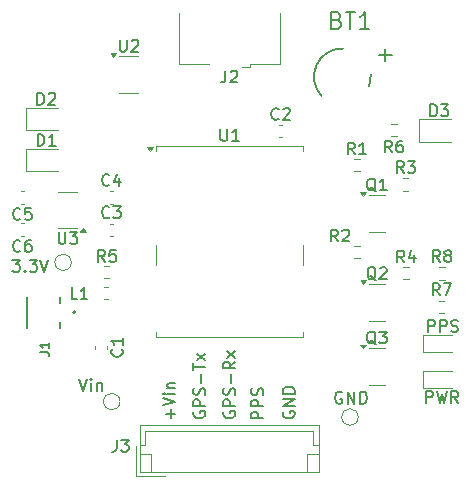
<source format=gbr>
%TF.GenerationSoftware,KiCad,Pcbnew,8.0.6*%
%TF.CreationDate,2024-10-28T16:54:01-06:00*%
%TF.ProjectId,GPS Module,47505320-4d6f-4647-956c-652e6b696361,rev?*%
%TF.SameCoordinates,Original*%
%TF.FileFunction,Legend,Top*%
%TF.FilePolarity,Positive*%
%FSLAX46Y46*%
G04 Gerber Fmt 4.6, Leading zero omitted, Abs format (unit mm)*
G04 Created by KiCad (PCBNEW 8.0.6) date 2024-10-28 16:54:01*
%MOMM*%
%LPD*%
G01*
G04 APERTURE LIST*
%ADD10C,0.203200*%
%ADD11C,0.150000*%
%ADD12C,0.187500*%
%ADD13C,0.120000*%
%ADD14C,0.127000*%
%ADD15C,0.200000*%
G04 APERTURE END LIST*
D10*
X117270445Y-81599093D02*
X117609112Y-82615093D01*
X117609112Y-82615093D02*
X117947779Y-81599093D01*
X118286445Y-82615093D02*
X118286445Y-81937760D01*
X118286445Y-81599093D02*
X118238064Y-81647474D01*
X118238064Y-81647474D02*
X118286445Y-81695855D01*
X118286445Y-81695855D02*
X118334826Y-81647474D01*
X118334826Y-81647474D02*
X118286445Y-81599093D01*
X118286445Y-81599093D02*
X118286445Y-81695855D01*
X118770255Y-81937760D02*
X118770255Y-82615093D01*
X118770255Y-82034522D02*
X118818636Y-81986141D01*
X118818636Y-81986141D02*
X118915398Y-81937760D01*
X118915398Y-81937760D02*
X119060541Y-81937760D01*
X119060541Y-81937760D02*
X119157303Y-81986141D01*
X119157303Y-81986141D02*
X119205684Y-82082903D01*
X119205684Y-82082903D02*
X119205684Y-82615093D01*
X111628826Y-71529093D02*
X112257779Y-71529093D01*
X112257779Y-71529093D02*
X111919112Y-71916141D01*
X111919112Y-71916141D02*
X112064255Y-71916141D01*
X112064255Y-71916141D02*
X112161017Y-71964522D01*
X112161017Y-71964522D02*
X112209398Y-72012903D01*
X112209398Y-72012903D02*
X112257779Y-72109665D01*
X112257779Y-72109665D02*
X112257779Y-72351570D01*
X112257779Y-72351570D02*
X112209398Y-72448332D01*
X112209398Y-72448332D02*
X112161017Y-72496713D01*
X112161017Y-72496713D02*
X112064255Y-72545093D01*
X112064255Y-72545093D02*
X111773969Y-72545093D01*
X111773969Y-72545093D02*
X111677207Y-72496713D01*
X111677207Y-72496713D02*
X111628826Y-72448332D01*
X112693207Y-72448332D02*
X112741588Y-72496713D01*
X112741588Y-72496713D02*
X112693207Y-72545093D01*
X112693207Y-72545093D02*
X112644826Y-72496713D01*
X112644826Y-72496713D02*
X112693207Y-72448332D01*
X112693207Y-72448332D02*
X112693207Y-72545093D01*
X113080255Y-71529093D02*
X113709208Y-71529093D01*
X113709208Y-71529093D02*
X113370541Y-71916141D01*
X113370541Y-71916141D02*
X113515684Y-71916141D01*
X113515684Y-71916141D02*
X113612446Y-71964522D01*
X113612446Y-71964522D02*
X113660827Y-72012903D01*
X113660827Y-72012903D02*
X113709208Y-72109665D01*
X113709208Y-72109665D02*
X113709208Y-72351570D01*
X113709208Y-72351570D02*
X113660827Y-72448332D01*
X113660827Y-72448332D02*
X113612446Y-72496713D01*
X113612446Y-72496713D02*
X113515684Y-72545093D01*
X113515684Y-72545093D02*
X113225398Y-72545093D01*
X113225398Y-72545093D02*
X113128636Y-72496713D01*
X113128636Y-72496713D02*
X113080255Y-72448332D01*
X113999493Y-71529093D02*
X114338160Y-72545093D01*
X114338160Y-72545093D02*
X114676827Y-71529093D01*
X139527779Y-82747474D02*
X139431017Y-82699093D01*
X139431017Y-82699093D02*
X139285874Y-82699093D01*
X139285874Y-82699093D02*
X139140731Y-82747474D01*
X139140731Y-82747474D02*
X139043969Y-82844236D01*
X139043969Y-82844236D02*
X138995588Y-82940998D01*
X138995588Y-82940998D02*
X138947207Y-83134522D01*
X138947207Y-83134522D02*
X138947207Y-83279665D01*
X138947207Y-83279665D02*
X138995588Y-83473189D01*
X138995588Y-83473189D02*
X139043969Y-83569951D01*
X139043969Y-83569951D02*
X139140731Y-83666713D01*
X139140731Y-83666713D02*
X139285874Y-83715093D01*
X139285874Y-83715093D02*
X139382636Y-83715093D01*
X139382636Y-83715093D02*
X139527779Y-83666713D01*
X139527779Y-83666713D02*
X139576160Y-83618332D01*
X139576160Y-83618332D02*
X139576160Y-83279665D01*
X139576160Y-83279665D02*
X139382636Y-83279665D01*
X140011588Y-83715093D02*
X140011588Y-82699093D01*
X140011588Y-82699093D02*
X140592160Y-83715093D01*
X140592160Y-83715093D02*
X140592160Y-82699093D01*
X141075969Y-83715093D02*
X141075969Y-82699093D01*
X141075969Y-82699093D02*
X141317874Y-82699093D01*
X141317874Y-82699093D02*
X141463017Y-82747474D01*
X141463017Y-82747474D02*
X141559779Y-82844236D01*
X141559779Y-82844236D02*
X141608160Y-82940998D01*
X141608160Y-82940998D02*
X141656541Y-83134522D01*
X141656541Y-83134522D02*
X141656541Y-83279665D01*
X141656541Y-83279665D02*
X141608160Y-83473189D01*
X141608160Y-83473189D02*
X141559779Y-83569951D01*
X141559779Y-83569951D02*
X141463017Y-83666713D01*
X141463017Y-83666713D02*
X141317874Y-83715093D01*
X141317874Y-83715093D02*
X141075969Y-83715093D01*
D11*
X134567438Y-84379411D02*
X134519819Y-84474649D01*
X134519819Y-84474649D02*
X134519819Y-84617506D01*
X134519819Y-84617506D02*
X134567438Y-84760363D01*
X134567438Y-84760363D02*
X134662676Y-84855601D01*
X134662676Y-84855601D02*
X134757914Y-84903220D01*
X134757914Y-84903220D02*
X134948390Y-84950839D01*
X134948390Y-84950839D02*
X135091247Y-84950839D01*
X135091247Y-84950839D02*
X135281723Y-84903220D01*
X135281723Y-84903220D02*
X135376961Y-84855601D01*
X135376961Y-84855601D02*
X135472200Y-84760363D01*
X135472200Y-84760363D02*
X135519819Y-84617506D01*
X135519819Y-84617506D02*
X135519819Y-84522268D01*
X135519819Y-84522268D02*
X135472200Y-84379411D01*
X135472200Y-84379411D02*
X135424580Y-84331792D01*
X135424580Y-84331792D02*
X135091247Y-84331792D01*
X135091247Y-84331792D02*
X135091247Y-84522268D01*
X135519819Y-83903220D02*
X134519819Y-83903220D01*
X134519819Y-83903220D02*
X135519819Y-83331792D01*
X135519819Y-83331792D02*
X134519819Y-83331792D01*
X135519819Y-82855601D02*
X134519819Y-82855601D01*
X134519819Y-82855601D02*
X134519819Y-82617506D01*
X134519819Y-82617506D02*
X134567438Y-82474649D01*
X134567438Y-82474649D02*
X134662676Y-82379411D01*
X134662676Y-82379411D02*
X134757914Y-82331792D01*
X134757914Y-82331792D02*
X134948390Y-82284173D01*
X134948390Y-82284173D02*
X135091247Y-82284173D01*
X135091247Y-82284173D02*
X135281723Y-82331792D01*
X135281723Y-82331792D02*
X135376961Y-82379411D01*
X135376961Y-82379411D02*
X135472200Y-82474649D01*
X135472200Y-82474649D02*
X135519819Y-82617506D01*
X135519819Y-82617506D02*
X135519819Y-82855601D01*
X126997438Y-84389411D02*
X126949819Y-84484649D01*
X126949819Y-84484649D02*
X126949819Y-84627506D01*
X126949819Y-84627506D02*
X126997438Y-84770363D01*
X126997438Y-84770363D02*
X127092676Y-84865601D01*
X127092676Y-84865601D02*
X127187914Y-84913220D01*
X127187914Y-84913220D02*
X127378390Y-84960839D01*
X127378390Y-84960839D02*
X127521247Y-84960839D01*
X127521247Y-84960839D02*
X127711723Y-84913220D01*
X127711723Y-84913220D02*
X127806961Y-84865601D01*
X127806961Y-84865601D02*
X127902200Y-84770363D01*
X127902200Y-84770363D02*
X127949819Y-84627506D01*
X127949819Y-84627506D02*
X127949819Y-84532268D01*
X127949819Y-84532268D02*
X127902200Y-84389411D01*
X127902200Y-84389411D02*
X127854580Y-84341792D01*
X127854580Y-84341792D02*
X127521247Y-84341792D01*
X127521247Y-84341792D02*
X127521247Y-84532268D01*
X127949819Y-83913220D02*
X126949819Y-83913220D01*
X126949819Y-83913220D02*
X126949819Y-83532268D01*
X126949819Y-83532268D02*
X126997438Y-83437030D01*
X126997438Y-83437030D02*
X127045057Y-83389411D01*
X127045057Y-83389411D02*
X127140295Y-83341792D01*
X127140295Y-83341792D02*
X127283152Y-83341792D01*
X127283152Y-83341792D02*
X127378390Y-83389411D01*
X127378390Y-83389411D02*
X127426009Y-83437030D01*
X127426009Y-83437030D02*
X127473628Y-83532268D01*
X127473628Y-83532268D02*
X127473628Y-83913220D01*
X127902200Y-82960839D02*
X127949819Y-82817982D01*
X127949819Y-82817982D02*
X127949819Y-82579887D01*
X127949819Y-82579887D02*
X127902200Y-82484649D01*
X127902200Y-82484649D02*
X127854580Y-82437030D01*
X127854580Y-82437030D02*
X127759342Y-82389411D01*
X127759342Y-82389411D02*
X127664104Y-82389411D01*
X127664104Y-82389411D02*
X127568866Y-82437030D01*
X127568866Y-82437030D02*
X127521247Y-82484649D01*
X127521247Y-82484649D02*
X127473628Y-82579887D01*
X127473628Y-82579887D02*
X127426009Y-82770363D01*
X127426009Y-82770363D02*
X127378390Y-82865601D01*
X127378390Y-82865601D02*
X127330771Y-82913220D01*
X127330771Y-82913220D02*
X127235533Y-82960839D01*
X127235533Y-82960839D02*
X127140295Y-82960839D01*
X127140295Y-82960839D02*
X127045057Y-82913220D01*
X127045057Y-82913220D02*
X126997438Y-82865601D01*
X126997438Y-82865601D02*
X126949819Y-82770363D01*
X126949819Y-82770363D02*
X126949819Y-82532268D01*
X126949819Y-82532268D02*
X126997438Y-82389411D01*
X127568866Y-81960839D02*
X127568866Y-81198935D01*
X126949819Y-80865601D02*
X126949819Y-80294173D01*
X127949819Y-80579887D02*
X126949819Y-80579887D01*
X127949819Y-80056077D02*
X127283152Y-79532268D01*
X127283152Y-80056077D02*
X127949819Y-79532268D01*
D12*
X146661450Y-83637869D02*
X146661450Y-82637869D01*
X146661450Y-82637869D02*
X147042402Y-82637869D01*
X147042402Y-82637869D02*
X147137640Y-82685488D01*
X147137640Y-82685488D02*
X147185259Y-82733107D01*
X147185259Y-82733107D02*
X147232878Y-82828345D01*
X147232878Y-82828345D02*
X147232878Y-82971202D01*
X147232878Y-82971202D02*
X147185259Y-83066440D01*
X147185259Y-83066440D02*
X147137640Y-83114059D01*
X147137640Y-83114059D02*
X147042402Y-83161678D01*
X147042402Y-83161678D02*
X146661450Y-83161678D01*
X147566212Y-82637869D02*
X147804307Y-83637869D01*
X147804307Y-83637869D02*
X147994783Y-82923583D01*
X147994783Y-82923583D02*
X148185259Y-83637869D01*
X148185259Y-83637869D02*
X148423355Y-82637869D01*
X149375735Y-83637869D02*
X149042402Y-83161678D01*
X148804307Y-83637869D02*
X148804307Y-82637869D01*
X148804307Y-82637869D02*
X149185259Y-82637869D01*
X149185259Y-82637869D02*
X149280497Y-82685488D01*
X149280497Y-82685488D02*
X149328116Y-82733107D01*
X149328116Y-82733107D02*
X149375735Y-82828345D01*
X149375735Y-82828345D02*
X149375735Y-82971202D01*
X149375735Y-82971202D02*
X149328116Y-83066440D01*
X149328116Y-83066440D02*
X149280497Y-83114059D01*
X149280497Y-83114059D02*
X149185259Y-83161678D01*
X149185259Y-83161678D02*
X148804307Y-83161678D01*
D11*
X129537438Y-84389411D02*
X129489819Y-84484649D01*
X129489819Y-84484649D02*
X129489819Y-84627506D01*
X129489819Y-84627506D02*
X129537438Y-84770363D01*
X129537438Y-84770363D02*
X129632676Y-84865601D01*
X129632676Y-84865601D02*
X129727914Y-84913220D01*
X129727914Y-84913220D02*
X129918390Y-84960839D01*
X129918390Y-84960839D02*
X130061247Y-84960839D01*
X130061247Y-84960839D02*
X130251723Y-84913220D01*
X130251723Y-84913220D02*
X130346961Y-84865601D01*
X130346961Y-84865601D02*
X130442200Y-84770363D01*
X130442200Y-84770363D02*
X130489819Y-84627506D01*
X130489819Y-84627506D02*
X130489819Y-84532268D01*
X130489819Y-84532268D02*
X130442200Y-84389411D01*
X130442200Y-84389411D02*
X130394580Y-84341792D01*
X130394580Y-84341792D02*
X130061247Y-84341792D01*
X130061247Y-84341792D02*
X130061247Y-84532268D01*
X130489819Y-83913220D02*
X129489819Y-83913220D01*
X129489819Y-83913220D02*
X129489819Y-83532268D01*
X129489819Y-83532268D02*
X129537438Y-83437030D01*
X129537438Y-83437030D02*
X129585057Y-83389411D01*
X129585057Y-83389411D02*
X129680295Y-83341792D01*
X129680295Y-83341792D02*
X129823152Y-83341792D01*
X129823152Y-83341792D02*
X129918390Y-83389411D01*
X129918390Y-83389411D02*
X129966009Y-83437030D01*
X129966009Y-83437030D02*
X130013628Y-83532268D01*
X130013628Y-83532268D02*
X130013628Y-83913220D01*
X130442200Y-82960839D02*
X130489819Y-82817982D01*
X130489819Y-82817982D02*
X130489819Y-82579887D01*
X130489819Y-82579887D02*
X130442200Y-82484649D01*
X130442200Y-82484649D02*
X130394580Y-82437030D01*
X130394580Y-82437030D02*
X130299342Y-82389411D01*
X130299342Y-82389411D02*
X130204104Y-82389411D01*
X130204104Y-82389411D02*
X130108866Y-82437030D01*
X130108866Y-82437030D02*
X130061247Y-82484649D01*
X130061247Y-82484649D02*
X130013628Y-82579887D01*
X130013628Y-82579887D02*
X129966009Y-82770363D01*
X129966009Y-82770363D02*
X129918390Y-82865601D01*
X129918390Y-82865601D02*
X129870771Y-82913220D01*
X129870771Y-82913220D02*
X129775533Y-82960839D01*
X129775533Y-82960839D02*
X129680295Y-82960839D01*
X129680295Y-82960839D02*
X129585057Y-82913220D01*
X129585057Y-82913220D02*
X129537438Y-82865601D01*
X129537438Y-82865601D02*
X129489819Y-82770363D01*
X129489819Y-82770363D02*
X129489819Y-82532268D01*
X129489819Y-82532268D02*
X129537438Y-82389411D01*
X130108866Y-81960839D02*
X130108866Y-81198935D01*
X130489819Y-80151316D02*
X130013628Y-80484649D01*
X130489819Y-80722744D02*
X129489819Y-80722744D01*
X129489819Y-80722744D02*
X129489819Y-80341792D01*
X129489819Y-80341792D02*
X129537438Y-80246554D01*
X129537438Y-80246554D02*
X129585057Y-80198935D01*
X129585057Y-80198935D02*
X129680295Y-80151316D01*
X129680295Y-80151316D02*
X129823152Y-80151316D01*
X129823152Y-80151316D02*
X129918390Y-80198935D01*
X129918390Y-80198935D02*
X129966009Y-80246554D01*
X129966009Y-80246554D02*
X130013628Y-80341792D01*
X130013628Y-80341792D02*
X130013628Y-80722744D01*
X130489819Y-79817982D02*
X129823152Y-79294173D01*
X129823152Y-79817982D02*
X130489819Y-79294173D01*
X125038866Y-84963220D02*
X125038866Y-84201316D01*
X125419819Y-84582268D02*
X124657914Y-84582268D01*
X124419819Y-83867982D02*
X125419819Y-83534649D01*
X125419819Y-83534649D02*
X124419819Y-83201316D01*
X125419819Y-82867982D02*
X124753152Y-82867982D01*
X124419819Y-82867982D02*
X124467438Y-82915601D01*
X124467438Y-82915601D02*
X124515057Y-82867982D01*
X124515057Y-82867982D02*
X124467438Y-82820363D01*
X124467438Y-82820363D02*
X124419819Y-82867982D01*
X124419819Y-82867982D02*
X124515057Y-82867982D01*
X124753152Y-82391792D02*
X125419819Y-82391792D01*
X124848390Y-82391792D02*
X124800771Y-82344173D01*
X124800771Y-82344173D02*
X124753152Y-82248935D01*
X124753152Y-82248935D02*
X124753152Y-82106078D01*
X124753152Y-82106078D02*
X124800771Y-82010840D01*
X124800771Y-82010840D02*
X124896009Y-81963221D01*
X124896009Y-81963221D02*
X125419819Y-81963221D01*
D12*
X146831450Y-77637869D02*
X146831450Y-76637869D01*
X146831450Y-76637869D02*
X147212402Y-76637869D01*
X147212402Y-76637869D02*
X147307640Y-76685488D01*
X147307640Y-76685488D02*
X147355259Y-76733107D01*
X147355259Y-76733107D02*
X147402878Y-76828345D01*
X147402878Y-76828345D02*
X147402878Y-76971202D01*
X147402878Y-76971202D02*
X147355259Y-77066440D01*
X147355259Y-77066440D02*
X147307640Y-77114059D01*
X147307640Y-77114059D02*
X147212402Y-77161678D01*
X147212402Y-77161678D02*
X146831450Y-77161678D01*
X147831450Y-77637869D02*
X147831450Y-76637869D01*
X147831450Y-76637869D02*
X148212402Y-76637869D01*
X148212402Y-76637869D02*
X148307640Y-76685488D01*
X148307640Y-76685488D02*
X148355259Y-76733107D01*
X148355259Y-76733107D02*
X148402878Y-76828345D01*
X148402878Y-76828345D02*
X148402878Y-76971202D01*
X148402878Y-76971202D02*
X148355259Y-77066440D01*
X148355259Y-77066440D02*
X148307640Y-77114059D01*
X148307640Y-77114059D02*
X148212402Y-77161678D01*
X148212402Y-77161678D02*
X147831450Y-77161678D01*
X148783831Y-77590250D02*
X148926688Y-77637869D01*
X148926688Y-77637869D02*
X149164783Y-77637869D01*
X149164783Y-77637869D02*
X149260021Y-77590250D01*
X149260021Y-77590250D02*
X149307640Y-77542630D01*
X149307640Y-77542630D02*
X149355259Y-77447392D01*
X149355259Y-77447392D02*
X149355259Y-77352154D01*
X149355259Y-77352154D02*
X149307640Y-77256916D01*
X149307640Y-77256916D02*
X149260021Y-77209297D01*
X149260021Y-77209297D02*
X149164783Y-77161678D01*
X149164783Y-77161678D02*
X148974307Y-77114059D01*
X148974307Y-77114059D02*
X148879069Y-77066440D01*
X148879069Y-77066440D02*
X148831450Y-77018821D01*
X148831450Y-77018821D02*
X148783831Y-76923583D01*
X148783831Y-76923583D02*
X148783831Y-76828345D01*
X148783831Y-76828345D02*
X148831450Y-76733107D01*
X148831450Y-76733107D02*
X148879069Y-76685488D01*
X148879069Y-76685488D02*
X148974307Y-76637869D01*
X148974307Y-76637869D02*
X149212402Y-76637869D01*
X149212402Y-76637869D02*
X149355259Y-76685488D01*
D11*
X132869819Y-84953220D02*
X131869819Y-84953220D01*
X131869819Y-84953220D02*
X131869819Y-84572268D01*
X131869819Y-84572268D02*
X131917438Y-84477030D01*
X131917438Y-84477030D02*
X131965057Y-84429411D01*
X131965057Y-84429411D02*
X132060295Y-84381792D01*
X132060295Y-84381792D02*
X132203152Y-84381792D01*
X132203152Y-84381792D02*
X132298390Y-84429411D01*
X132298390Y-84429411D02*
X132346009Y-84477030D01*
X132346009Y-84477030D02*
X132393628Y-84572268D01*
X132393628Y-84572268D02*
X132393628Y-84953220D01*
X132869819Y-83953220D02*
X131869819Y-83953220D01*
X131869819Y-83953220D02*
X131869819Y-83572268D01*
X131869819Y-83572268D02*
X131917438Y-83477030D01*
X131917438Y-83477030D02*
X131965057Y-83429411D01*
X131965057Y-83429411D02*
X132060295Y-83381792D01*
X132060295Y-83381792D02*
X132203152Y-83381792D01*
X132203152Y-83381792D02*
X132298390Y-83429411D01*
X132298390Y-83429411D02*
X132346009Y-83477030D01*
X132346009Y-83477030D02*
X132393628Y-83572268D01*
X132393628Y-83572268D02*
X132393628Y-83953220D01*
X132822200Y-83000839D02*
X132869819Y-82857982D01*
X132869819Y-82857982D02*
X132869819Y-82619887D01*
X132869819Y-82619887D02*
X132822200Y-82524649D01*
X132822200Y-82524649D02*
X132774580Y-82477030D01*
X132774580Y-82477030D02*
X132679342Y-82429411D01*
X132679342Y-82429411D02*
X132584104Y-82429411D01*
X132584104Y-82429411D02*
X132488866Y-82477030D01*
X132488866Y-82477030D02*
X132441247Y-82524649D01*
X132441247Y-82524649D02*
X132393628Y-82619887D01*
X132393628Y-82619887D02*
X132346009Y-82810363D01*
X132346009Y-82810363D02*
X132298390Y-82905601D01*
X132298390Y-82905601D02*
X132250771Y-82953220D01*
X132250771Y-82953220D02*
X132155533Y-83000839D01*
X132155533Y-83000839D02*
X132060295Y-83000839D01*
X132060295Y-83000839D02*
X131965057Y-82953220D01*
X131965057Y-82953220D02*
X131917438Y-82905601D01*
X131917438Y-82905601D02*
X131869819Y-82810363D01*
X131869819Y-82810363D02*
X131869819Y-82572268D01*
X131869819Y-82572268D02*
X131917438Y-82429411D01*
X134163333Y-59589580D02*
X134115714Y-59637200D01*
X134115714Y-59637200D02*
X133972857Y-59684819D01*
X133972857Y-59684819D02*
X133877619Y-59684819D01*
X133877619Y-59684819D02*
X133734762Y-59637200D01*
X133734762Y-59637200D02*
X133639524Y-59541961D01*
X133639524Y-59541961D02*
X133591905Y-59446723D01*
X133591905Y-59446723D02*
X133544286Y-59256247D01*
X133544286Y-59256247D02*
X133544286Y-59113390D01*
X133544286Y-59113390D02*
X133591905Y-58922914D01*
X133591905Y-58922914D02*
X133639524Y-58827676D01*
X133639524Y-58827676D02*
X133734762Y-58732438D01*
X133734762Y-58732438D02*
X133877619Y-58684819D01*
X133877619Y-58684819D02*
X133972857Y-58684819D01*
X133972857Y-58684819D02*
X134115714Y-58732438D01*
X134115714Y-58732438D02*
X134163333Y-58780057D01*
X134544286Y-58780057D02*
X134591905Y-58732438D01*
X134591905Y-58732438D02*
X134687143Y-58684819D01*
X134687143Y-58684819D02*
X134925238Y-58684819D01*
X134925238Y-58684819D02*
X135020476Y-58732438D01*
X135020476Y-58732438D02*
X135068095Y-58780057D01*
X135068095Y-58780057D02*
X135115714Y-58875295D01*
X135115714Y-58875295D02*
X135115714Y-58970533D01*
X135115714Y-58970533D02*
X135068095Y-59113390D01*
X135068095Y-59113390D02*
X134496667Y-59684819D01*
X134496667Y-59684819D02*
X135115714Y-59684819D01*
X140613333Y-62614819D02*
X140280000Y-62138628D01*
X140041905Y-62614819D02*
X140041905Y-61614819D01*
X140041905Y-61614819D02*
X140422857Y-61614819D01*
X140422857Y-61614819D02*
X140518095Y-61662438D01*
X140518095Y-61662438D02*
X140565714Y-61710057D01*
X140565714Y-61710057D02*
X140613333Y-61805295D01*
X140613333Y-61805295D02*
X140613333Y-61948152D01*
X140613333Y-61948152D02*
X140565714Y-62043390D01*
X140565714Y-62043390D02*
X140518095Y-62091009D01*
X140518095Y-62091009D02*
X140422857Y-62138628D01*
X140422857Y-62138628D02*
X140041905Y-62138628D01*
X141565714Y-62614819D02*
X140994286Y-62614819D01*
X141280000Y-62614819D02*
X141280000Y-61614819D01*
X141280000Y-61614819D02*
X141184762Y-61757676D01*
X141184762Y-61757676D02*
X141089524Y-61852914D01*
X141089524Y-61852914D02*
X140994286Y-61900533D01*
X147823333Y-71704819D02*
X147490000Y-71228628D01*
X147251905Y-71704819D02*
X147251905Y-70704819D01*
X147251905Y-70704819D02*
X147632857Y-70704819D01*
X147632857Y-70704819D02*
X147728095Y-70752438D01*
X147728095Y-70752438D02*
X147775714Y-70800057D01*
X147775714Y-70800057D02*
X147823333Y-70895295D01*
X147823333Y-70895295D02*
X147823333Y-71038152D01*
X147823333Y-71038152D02*
X147775714Y-71133390D01*
X147775714Y-71133390D02*
X147728095Y-71181009D01*
X147728095Y-71181009D02*
X147632857Y-71228628D01*
X147632857Y-71228628D02*
X147251905Y-71228628D01*
X148394762Y-71133390D02*
X148299524Y-71085771D01*
X148299524Y-71085771D02*
X148251905Y-71038152D01*
X148251905Y-71038152D02*
X148204286Y-70942914D01*
X148204286Y-70942914D02*
X148204286Y-70895295D01*
X148204286Y-70895295D02*
X148251905Y-70800057D01*
X148251905Y-70800057D02*
X148299524Y-70752438D01*
X148299524Y-70752438D02*
X148394762Y-70704819D01*
X148394762Y-70704819D02*
X148585238Y-70704819D01*
X148585238Y-70704819D02*
X148680476Y-70752438D01*
X148680476Y-70752438D02*
X148728095Y-70800057D01*
X148728095Y-70800057D02*
X148775714Y-70895295D01*
X148775714Y-70895295D02*
X148775714Y-70942914D01*
X148775714Y-70942914D02*
X148728095Y-71038152D01*
X148728095Y-71038152D02*
X148680476Y-71085771D01*
X148680476Y-71085771D02*
X148585238Y-71133390D01*
X148585238Y-71133390D02*
X148394762Y-71133390D01*
X148394762Y-71133390D02*
X148299524Y-71181009D01*
X148299524Y-71181009D02*
X148251905Y-71228628D01*
X148251905Y-71228628D02*
X148204286Y-71323866D01*
X148204286Y-71323866D02*
X148204286Y-71514342D01*
X148204286Y-71514342D02*
X148251905Y-71609580D01*
X148251905Y-71609580D02*
X148299524Y-71657200D01*
X148299524Y-71657200D02*
X148394762Y-71704819D01*
X148394762Y-71704819D02*
X148585238Y-71704819D01*
X148585238Y-71704819D02*
X148680476Y-71657200D01*
X148680476Y-71657200D02*
X148728095Y-71609580D01*
X148728095Y-71609580D02*
X148775714Y-71514342D01*
X148775714Y-71514342D02*
X148775714Y-71323866D01*
X148775714Y-71323866D02*
X148728095Y-71228628D01*
X148728095Y-71228628D02*
X148680476Y-71181009D01*
X148680476Y-71181009D02*
X148585238Y-71133390D01*
X129666666Y-55514819D02*
X129666666Y-56229104D01*
X129666666Y-56229104D02*
X129619047Y-56371961D01*
X129619047Y-56371961D02*
X129523809Y-56467200D01*
X129523809Y-56467200D02*
X129380952Y-56514819D01*
X129380952Y-56514819D02*
X129285714Y-56514819D01*
X130095238Y-55610057D02*
X130142857Y-55562438D01*
X130142857Y-55562438D02*
X130238095Y-55514819D01*
X130238095Y-55514819D02*
X130476190Y-55514819D01*
X130476190Y-55514819D02*
X130571428Y-55562438D01*
X130571428Y-55562438D02*
X130619047Y-55610057D01*
X130619047Y-55610057D02*
X130666666Y-55705295D01*
X130666666Y-55705295D02*
X130666666Y-55800533D01*
X130666666Y-55800533D02*
X130619047Y-55943390D01*
X130619047Y-55943390D02*
X130047619Y-56514819D01*
X130047619Y-56514819D02*
X130666666Y-56514819D01*
X143763333Y-62444819D02*
X143430000Y-61968628D01*
X143191905Y-62444819D02*
X143191905Y-61444819D01*
X143191905Y-61444819D02*
X143572857Y-61444819D01*
X143572857Y-61444819D02*
X143668095Y-61492438D01*
X143668095Y-61492438D02*
X143715714Y-61540057D01*
X143715714Y-61540057D02*
X143763333Y-61635295D01*
X143763333Y-61635295D02*
X143763333Y-61778152D01*
X143763333Y-61778152D02*
X143715714Y-61873390D01*
X143715714Y-61873390D02*
X143668095Y-61921009D01*
X143668095Y-61921009D02*
X143572857Y-61968628D01*
X143572857Y-61968628D02*
X143191905Y-61968628D01*
X144620476Y-61444819D02*
X144430000Y-61444819D01*
X144430000Y-61444819D02*
X144334762Y-61492438D01*
X144334762Y-61492438D02*
X144287143Y-61540057D01*
X144287143Y-61540057D02*
X144191905Y-61682914D01*
X144191905Y-61682914D02*
X144144286Y-61873390D01*
X144144286Y-61873390D02*
X144144286Y-62254342D01*
X144144286Y-62254342D02*
X144191905Y-62349580D01*
X144191905Y-62349580D02*
X144239524Y-62397200D01*
X144239524Y-62397200D02*
X144334762Y-62444819D01*
X144334762Y-62444819D02*
X144525238Y-62444819D01*
X144525238Y-62444819D02*
X144620476Y-62397200D01*
X144620476Y-62397200D02*
X144668095Y-62349580D01*
X144668095Y-62349580D02*
X144715714Y-62254342D01*
X144715714Y-62254342D02*
X144715714Y-62016247D01*
X144715714Y-62016247D02*
X144668095Y-61921009D01*
X144668095Y-61921009D02*
X144620476Y-61873390D01*
X144620476Y-61873390D02*
X144525238Y-61825771D01*
X144525238Y-61825771D02*
X144334762Y-61825771D01*
X144334762Y-61825771D02*
X144239524Y-61873390D01*
X144239524Y-61873390D02*
X144191905Y-61921009D01*
X144191905Y-61921009D02*
X144144286Y-62016247D01*
X142414761Y-73270057D02*
X142319523Y-73222438D01*
X142319523Y-73222438D02*
X142224285Y-73127200D01*
X142224285Y-73127200D02*
X142081428Y-72984342D01*
X142081428Y-72984342D02*
X141986190Y-72936723D01*
X141986190Y-72936723D02*
X141890952Y-72936723D01*
X141938571Y-73174819D02*
X141843333Y-73127200D01*
X141843333Y-73127200D02*
X141748095Y-73031961D01*
X141748095Y-73031961D02*
X141700476Y-72841485D01*
X141700476Y-72841485D02*
X141700476Y-72508152D01*
X141700476Y-72508152D02*
X141748095Y-72317676D01*
X141748095Y-72317676D02*
X141843333Y-72222438D01*
X141843333Y-72222438D02*
X141938571Y-72174819D01*
X141938571Y-72174819D02*
X142129047Y-72174819D01*
X142129047Y-72174819D02*
X142224285Y-72222438D01*
X142224285Y-72222438D02*
X142319523Y-72317676D01*
X142319523Y-72317676D02*
X142367142Y-72508152D01*
X142367142Y-72508152D02*
X142367142Y-72841485D01*
X142367142Y-72841485D02*
X142319523Y-73031961D01*
X142319523Y-73031961D02*
X142224285Y-73127200D01*
X142224285Y-73127200D02*
X142129047Y-73174819D01*
X142129047Y-73174819D02*
X141938571Y-73174819D01*
X142748095Y-72270057D02*
X142795714Y-72222438D01*
X142795714Y-72222438D02*
X142890952Y-72174819D01*
X142890952Y-72174819D02*
X143129047Y-72174819D01*
X143129047Y-72174819D02*
X143224285Y-72222438D01*
X143224285Y-72222438D02*
X143271904Y-72270057D01*
X143271904Y-72270057D02*
X143319523Y-72365295D01*
X143319523Y-72365295D02*
X143319523Y-72460533D01*
X143319523Y-72460533D02*
X143271904Y-72603390D01*
X143271904Y-72603390D02*
X142700476Y-73174819D01*
X142700476Y-73174819D02*
X143319523Y-73174819D01*
X113741905Y-58404819D02*
X113741905Y-57404819D01*
X113741905Y-57404819D02*
X113980000Y-57404819D01*
X113980000Y-57404819D02*
X114122857Y-57452438D01*
X114122857Y-57452438D02*
X114218095Y-57547676D01*
X114218095Y-57547676D02*
X114265714Y-57642914D01*
X114265714Y-57642914D02*
X114313333Y-57833390D01*
X114313333Y-57833390D02*
X114313333Y-57976247D01*
X114313333Y-57976247D02*
X114265714Y-58166723D01*
X114265714Y-58166723D02*
X114218095Y-58261961D01*
X114218095Y-58261961D02*
X114122857Y-58357200D01*
X114122857Y-58357200D02*
X113980000Y-58404819D01*
X113980000Y-58404819D02*
X113741905Y-58404819D01*
X114694286Y-57500057D02*
X114741905Y-57452438D01*
X114741905Y-57452438D02*
X114837143Y-57404819D01*
X114837143Y-57404819D02*
X115075238Y-57404819D01*
X115075238Y-57404819D02*
X115170476Y-57452438D01*
X115170476Y-57452438D02*
X115218095Y-57500057D01*
X115218095Y-57500057D02*
X115265714Y-57595295D01*
X115265714Y-57595295D02*
X115265714Y-57690533D01*
X115265714Y-57690533D02*
X115218095Y-57833390D01*
X115218095Y-57833390D02*
X114646667Y-58404819D01*
X114646667Y-58404819D02*
X115265714Y-58404819D01*
X119833333Y-67909580D02*
X119785714Y-67957200D01*
X119785714Y-67957200D02*
X119642857Y-68004819D01*
X119642857Y-68004819D02*
X119547619Y-68004819D01*
X119547619Y-68004819D02*
X119404762Y-67957200D01*
X119404762Y-67957200D02*
X119309524Y-67861961D01*
X119309524Y-67861961D02*
X119261905Y-67766723D01*
X119261905Y-67766723D02*
X119214286Y-67576247D01*
X119214286Y-67576247D02*
X119214286Y-67433390D01*
X119214286Y-67433390D02*
X119261905Y-67242914D01*
X119261905Y-67242914D02*
X119309524Y-67147676D01*
X119309524Y-67147676D02*
X119404762Y-67052438D01*
X119404762Y-67052438D02*
X119547619Y-67004819D01*
X119547619Y-67004819D02*
X119642857Y-67004819D01*
X119642857Y-67004819D02*
X119785714Y-67052438D01*
X119785714Y-67052438D02*
X119833333Y-67100057D01*
X120166667Y-67004819D02*
X120785714Y-67004819D01*
X120785714Y-67004819D02*
X120452381Y-67385771D01*
X120452381Y-67385771D02*
X120595238Y-67385771D01*
X120595238Y-67385771D02*
X120690476Y-67433390D01*
X120690476Y-67433390D02*
X120738095Y-67481009D01*
X120738095Y-67481009D02*
X120785714Y-67576247D01*
X120785714Y-67576247D02*
X120785714Y-67814342D01*
X120785714Y-67814342D02*
X120738095Y-67909580D01*
X120738095Y-67909580D02*
X120690476Y-67957200D01*
X120690476Y-67957200D02*
X120595238Y-68004819D01*
X120595238Y-68004819D02*
X120309524Y-68004819D01*
X120309524Y-68004819D02*
X120214286Y-67957200D01*
X120214286Y-67957200D02*
X120166667Y-67909580D01*
X119833333Y-65189580D02*
X119785714Y-65237200D01*
X119785714Y-65237200D02*
X119642857Y-65284819D01*
X119642857Y-65284819D02*
X119547619Y-65284819D01*
X119547619Y-65284819D02*
X119404762Y-65237200D01*
X119404762Y-65237200D02*
X119309524Y-65141961D01*
X119309524Y-65141961D02*
X119261905Y-65046723D01*
X119261905Y-65046723D02*
X119214286Y-64856247D01*
X119214286Y-64856247D02*
X119214286Y-64713390D01*
X119214286Y-64713390D02*
X119261905Y-64522914D01*
X119261905Y-64522914D02*
X119309524Y-64427676D01*
X119309524Y-64427676D02*
X119404762Y-64332438D01*
X119404762Y-64332438D02*
X119547619Y-64284819D01*
X119547619Y-64284819D02*
X119642857Y-64284819D01*
X119642857Y-64284819D02*
X119785714Y-64332438D01*
X119785714Y-64332438D02*
X119833333Y-64380057D01*
X120690476Y-64618152D02*
X120690476Y-65284819D01*
X120452381Y-64237200D02*
X120214286Y-64951485D01*
X120214286Y-64951485D02*
X120833333Y-64951485D01*
X119453333Y-71694819D02*
X119120000Y-71218628D01*
X118881905Y-71694819D02*
X118881905Y-70694819D01*
X118881905Y-70694819D02*
X119262857Y-70694819D01*
X119262857Y-70694819D02*
X119358095Y-70742438D01*
X119358095Y-70742438D02*
X119405714Y-70790057D01*
X119405714Y-70790057D02*
X119453333Y-70885295D01*
X119453333Y-70885295D02*
X119453333Y-71028152D01*
X119453333Y-71028152D02*
X119405714Y-71123390D01*
X119405714Y-71123390D02*
X119358095Y-71171009D01*
X119358095Y-71171009D02*
X119262857Y-71218628D01*
X119262857Y-71218628D02*
X118881905Y-71218628D01*
X120358095Y-70694819D02*
X119881905Y-70694819D01*
X119881905Y-70694819D02*
X119834286Y-71171009D01*
X119834286Y-71171009D02*
X119881905Y-71123390D01*
X119881905Y-71123390D02*
X119977143Y-71075771D01*
X119977143Y-71075771D02*
X120215238Y-71075771D01*
X120215238Y-71075771D02*
X120310476Y-71123390D01*
X120310476Y-71123390D02*
X120358095Y-71171009D01*
X120358095Y-71171009D02*
X120405714Y-71266247D01*
X120405714Y-71266247D02*
X120405714Y-71504342D01*
X120405714Y-71504342D02*
X120358095Y-71599580D01*
X120358095Y-71599580D02*
X120310476Y-71647200D01*
X120310476Y-71647200D02*
X120215238Y-71694819D01*
X120215238Y-71694819D02*
X119977143Y-71694819D01*
X119977143Y-71694819D02*
X119881905Y-71647200D01*
X119881905Y-71647200D02*
X119834286Y-71599580D01*
X129238095Y-60454819D02*
X129238095Y-61264342D01*
X129238095Y-61264342D02*
X129285714Y-61359580D01*
X129285714Y-61359580D02*
X129333333Y-61407200D01*
X129333333Y-61407200D02*
X129428571Y-61454819D01*
X129428571Y-61454819D02*
X129619047Y-61454819D01*
X129619047Y-61454819D02*
X129714285Y-61407200D01*
X129714285Y-61407200D02*
X129761904Y-61359580D01*
X129761904Y-61359580D02*
X129809523Y-61264342D01*
X129809523Y-61264342D02*
X129809523Y-60454819D01*
X130809523Y-61454819D02*
X130238095Y-61454819D01*
X130523809Y-61454819D02*
X130523809Y-60454819D01*
X130523809Y-60454819D02*
X130428571Y-60597676D01*
X130428571Y-60597676D02*
X130333333Y-60692914D01*
X130333333Y-60692914D02*
X130238095Y-60740533D01*
X112303333Y-70759580D02*
X112255714Y-70807200D01*
X112255714Y-70807200D02*
X112112857Y-70854819D01*
X112112857Y-70854819D02*
X112017619Y-70854819D01*
X112017619Y-70854819D02*
X111874762Y-70807200D01*
X111874762Y-70807200D02*
X111779524Y-70711961D01*
X111779524Y-70711961D02*
X111731905Y-70616723D01*
X111731905Y-70616723D02*
X111684286Y-70426247D01*
X111684286Y-70426247D02*
X111684286Y-70283390D01*
X111684286Y-70283390D02*
X111731905Y-70092914D01*
X111731905Y-70092914D02*
X111779524Y-69997676D01*
X111779524Y-69997676D02*
X111874762Y-69902438D01*
X111874762Y-69902438D02*
X112017619Y-69854819D01*
X112017619Y-69854819D02*
X112112857Y-69854819D01*
X112112857Y-69854819D02*
X112255714Y-69902438D01*
X112255714Y-69902438D02*
X112303333Y-69950057D01*
X113160476Y-69854819D02*
X112970000Y-69854819D01*
X112970000Y-69854819D02*
X112874762Y-69902438D01*
X112874762Y-69902438D02*
X112827143Y-69950057D01*
X112827143Y-69950057D02*
X112731905Y-70092914D01*
X112731905Y-70092914D02*
X112684286Y-70283390D01*
X112684286Y-70283390D02*
X112684286Y-70664342D01*
X112684286Y-70664342D02*
X112731905Y-70759580D01*
X112731905Y-70759580D02*
X112779524Y-70807200D01*
X112779524Y-70807200D02*
X112874762Y-70854819D01*
X112874762Y-70854819D02*
X113065238Y-70854819D01*
X113065238Y-70854819D02*
X113160476Y-70807200D01*
X113160476Y-70807200D02*
X113208095Y-70759580D01*
X113208095Y-70759580D02*
X113255714Y-70664342D01*
X113255714Y-70664342D02*
X113255714Y-70426247D01*
X113255714Y-70426247D02*
X113208095Y-70331009D01*
X113208095Y-70331009D02*
X113160476Y-70283390D01*
X113160476Y-70283390D02*
X113065238Y-70235771D01*
X113065238Y-70235771D02*
X112874762Y-70235771D01*
X112874762Y-70235771D02*
X112779524Y-70283390D01*
X112779524Y-70283390D02*
X112731905Y-70331009D01*
X112731905Y-70331009D02*
X112684286Y-70426247D01*
X144793333Y-71754819D02*
X144460000Y-71278628D01*
X144221905Y-71754819D02*
X144221905Y-70754819D01*
X144221905Y-70754819D02*
X144602857Y-70754819D01*
X144602857Y-70754819D02*
X144698095Y-70802438D01*
X144698095Y-70802438D02*
X144745714Y-70850057D01*
X144745714Y-70850057D02*
X144793333Y-70945295D01*
X144793333Y-70945295D02*
X144793333Y-71088152D01*
X144793333Y-71088152D02*
X144745714Y-71183390D01*
X144745714Y-71183390D02*
X144698095Y-71231009D01*
X144698095Y-71231009D02*
X144602857Y-71278628D01*
X144602857Y-71278628D02*
X144221905Y-71278628D01*
X145650476Y-71088152D02*
X145650476Y-71754819D01*
X145412381Y-70707200D02*
X145174286Y-71421485D01*
X145174286Y-71421485D02*
X145793333Y-71421485D01*
X117123333Y-74874819D02*
X116647143Y-74874819D01*
X116647143Y-74874819D02*
X116647143Y-73874819D01*
X117980476Y-74874819D02*
X117409048Y-74874819D01*
X117694762Y-74874819D02*
X117694762Y-73874819D01*
X117694762Y-73874819D02*
X117599524Y-74017676D01*
X117599524Y-74017676D02*
X117504286Y-74112914D01*
X117504286Y-74112914D02*
X117409048Y-74160533D01*
X147011905Y-59384819D02*
X147011905Y-58384819D01*
X147011905Y-58384819D02*
X147250000Y-58384819D01*
X147250000Y-58384819D02*
X147392857Y-58432438D01*
X147392857Y-58432438D02*
X147488095Y-58527676D01*
X147488095Y-58527676D02*
X147535714Y-58622914D01*
X147535714Y-58622914D02*
X147583333Y-58813390D01*
X147583333Y-58813390D02*
X147583333Y-58956247D01*
X147583333Y-58956247D02*
X147535714Y-59146723D01*
X147535714Y-59146723D02*
X147488095Y-59241961D01*
X147488095Y-59241961D02*
X147392857Y-59337200D01*
X147392857Y-59337200D02*
X147250000Y-59384819D01*
X147250000Y-59384819D02*
X147011905Y-59384819D01*
X147916667Y-58384819D02*
X148535714Y-58384819D01*
X148535714Y-58384819D02*
X148202381Y-58765771D01*
X148202381Y-58765771D02*
X148345238Y-58765771D01*
X148345238Y-58765771D02*
X148440476Y-58813390D01*
X148440476Y-58813390D02*
X148488095Y-58861009D01*
X148488095Y-58861009D02*
X148535714Y-58956247D01*
X148535714Y-58956247D02*
X148535714Y-59194342D01*
X148535714Y-59194342D02*
X148488095Y-59289580D01*
X148488095Y-59289580D02*
X148440476Y-59337200D01*
X148440476Y-59337200D02*
X148345238Y-59384819D01*
X148345238Y-59384819D02*
X148059524Y-59384819D01*
X148059524Y-59384819D02*
X147964286Y-59337200D01*
X147964286Y-59337200D02*
X147916667Y-59289580D01*
X144753333Y-64184819D02*
X144420000Y-63708628D01*
X144181905Y-64184819D02*
X144181905Y-63184819D01*
X144181905Y-63184819D02*
X144562857Y-63184819D01*
X144562857Y-63184819D02*
X144658095Y-63232438D01*
X144658095Y-63232438D02*
X144705714Y-63280057D01*
X144705714Y-63280057D02*
X144753333Y-63375295D01*
X144753333Y-63375295D02*
X144753333Y-63518152D01*
X144753333Y-63518152D02*
X144705714Y-63613390D01*
X144705714Y-63613390D02*
X144658095Y-63661009D01*
X144658095Y-63661009D02*
X144562857Y-63708628D01*
X144562857Y-63708628D02*
X144181905Y-63708628D01*
X145086667Y-63184819D02*
X145705714Y-63184819D01*
X145705714Y-63184819D02*
X145372381Y-63565771D01*
X145372381Y-63565771D02*
X145515238Y-63565771D01*
X145515238Y-63565771D02*
X145610476Y-63613390D01*
X145610476Y-63613390D02*
X145658095Y-63661009D01*
X145658095Y-63661009D02*
X145705714Y-63756247D01*
X145705714Y-63756247D02*
X145705714Y-63994342D01*
X145705714Y-63994342D02*
X145658095Y-64089580D01*
X145658095Y-64089580D02*
X145610476Y-64137200D01*
X145610476Y-64137200D02*
X145515238Y-64184819D01*
X145515238Y-64184819D02*
X145229524Y-64184819D01*
X145229524Y-64184819D02*
X145134286Y-64137200D01*
X145134286Y-64137200D02*
X145086667Y-64089580D01*
X139183333Y-69974819D02*
X138850000Y-69498628D01*
X138611905Y-69974819D02*
X138611905Y-68974819D01*
X138611905Y-68974819D02*
X138992857Y-68974819D01*
X138992857Y-68974819D02*
X139088095Y-69022438D01*
X139088095Y-69022438D02*
X139135714Y-69070057D01*
X139135714Y-69070057D02*
X139183333Y-69165295D01*
X139183333Y-69165295D02*
X139183333Y-69308152D01*
X139183333Y-69308152D02*
X139135714Y-69403390D01*
X139135714Y-69403390D02*
X139088095Y-69451009D01*
X139088095Y-69451009D02*
X138992857Y-69498628D01*
X138992857Y-69498628D02*
X138611905Y-69498628D01*
X139564286Y-69070057D02*
X139611905Y-69022438D01*
X139611905Y-69022438D02*
X139707143Y-68974819D01*
X139707143Y-68974819D02*
X139945238Y-68974819D01*
X139945238Y-68974819D02*
X140040476Y-69022438D01*
X140040476Y-69022438D02*
X140088095Y-69070057D01*
X140088095Y-69070057D02*
X140135714Y-69165295D01*
X140135714Y-69165295D02*
X140135714Y-69260533D01*
X140135714Y-69260533D02*
X140088095Y-69403390D01*
X140088095Y-69403390D02*
X139516667Y-69974819D01*
X139516667Y-69974819D02*
X140135714Y-69974819D01*
X120879580Y-79106666D02*
X120927200Y-79154285D01*
X120927200Y-79154285D02*
X120974819Y-79297142D01*
X120974819Y-79297142D02*
X120974819Y-79392380D01*
X120974819Y-79392380D02*
X120927200Y-79535237D01*
X120927200Y-79535237D02*
X120831961Y-79630475D01*
X120831961Y-79630475D02*
X120736723Y-79678094D01*
X120736723Y-79678094D02*
X120546247Y-79725713D01*
X120546247Y-79725713D02*
X120403390Y-79725713D01*
X120403390Y-79725713D02*
X120212914Y-79678094D01*
X120212914Y-79678094D02*
X120117676Y-79630475D01*
X120117676Y-79630475D02*
X120022438Y-79535237D01*
X120022438Y-79535237D02*
X119974819Y-79392380D01*
X119974819Y-79392380D02*
X119974819Y-79297142D01*
X119974819Y-79297142D02*
X120022438Y-79154285D01*
X120022438Y-79154285D02*
X120070057Y-79106666D01*
X120974819Y-78154285D02*
X120974819Y-78725713D01*
X120974819Y-78439999D02*
X119974819Y-78439999D01*
X119974819Y-78439999D02*
X120117676Y-78535237D01*
X120117676Y-78535237D02*
X120212914Y-78630475D01*
X120212914Y-78630475D02*
X120260533Y-78725713D01*
X113962295Y-79346666D02*
X114533723Y-79346666D01*
X114533723Y-79346666D02*
X114648009Y-79384761D01*
X114648009Y-79384761D02*
X114724200Y-79460952D01*
X114724200Y-79460952D02*
X114762295Y-79575237D01*
X114762295Y-79575237D02*
X114762295Y-79651428D01*
X114762295Y-78546666D02*
X114762295Y-79003809D01*
X114762295Y-78775237D02*
X113962295Y-78775237D01*
X113962295Y-78775237D02*
X114076580Y-78851428D01*
X114076580Y-78851428D02*
X114152771Y-78927618D01*
X114152771Y-78927618D02*
X114190866Y-79003809D01*
X120718095Y-52902319D02*
X120718095Y-53711842D01*
X120718095Y-53711842D02*
X120765714Y-53807080D01*
X120765714Y-53807080D02*
X120813333Y-53854700D01*
X120813333Y-53854700D02*
X120908571Y-53902319D01*
X120908571Y-53902319D02*
X121099047Y-53902319D01*
X121099047Y-53902319D02*
X121194285Y-53854700D01*
X121194285Y-53854700D02*
X121241904Y-53807080D01*
X121241904Y-53807080D02*
X121289523Y-53711842D01*
X121289523Y-53711842D02*
X121289523Y-52902319D01*
X121718095Y-52997557D02*
X121765714Y-52949938D01*
X121765714Y-52949938D02*
X121860952Y-52902319D01*
X121860952Y-52902319D02*
X122099047Y-52902319D01*
X122099047Y-52902319D02*
X122194285Y-52949938D01*
X122194285Y-52949938D02*
X122241904Y-52997557D01*
X122241904Y-52997557D02*
X122289523Y-53092795D01*
X122289523Y-53092795D02*
X122289523Y-53188033D01*
X122289523Y-53188033D02*
X122241904Y-53330890D01*
X122241904Y-53330890D02*
X121670476Y-53902319D01*
X121670476Y-53902319D02*
X122289523Y-53902319D01*
X112303333Y-68049580D02*
X112255714Y-68097200D01*
X112255714Y-68097200D02*
X112112857Y-68144819D01*
X112112857Y-68144819D02*
X112017619Y-68144819D01*
X112017619Y-68144819D02*
X111874762Y-68097200D01*
X111874762Y-68097200D02*
X111779524Y-68001961D01*
X111779524Y-68001961D02*
X111731905Y-67906723D01*
X111731905Y-67906723D02*
X111684286Y-67716247D01*
X111684286Y-67716247D02*
X111684286Y-67573390D01*
X111684286Y-67573390D02*
X111731905Y-67382914D01*
X111731905Y-67382914D02*
X111779524Y-67287676D01*
X111779524Y-67287676D02*
X111874762Y-67192438D01*
X111874762Y-67192438D02*
X112017619Y-67144819D01*
X112017619Y-67144819D02*
X112112857Y-67144819D01*
X112112857Y-67144819D02*
X112255714Y-67192438D01*
X112255714Y-67192438D02*
X112303333Y-67240057D01*
X113208095Y-67144819D02*
X112731905Y-67144819D01*
X112731905Y-67144819D02*
X112684286Y-67621009D01*
X112684286Y-67621009D02*
X112731905Y-67573390D01*
X112731905Y-67573390D02*
X112827143Y-67525771D01*
X112827143Y-67525771D02*
X113065238Y-67525771D01*
X113065238Y-67525771D02*
X113160476Y-67573390D01*
X113160476Y-67573390D02*
X113208095Y-67621009D01*
X113208095Y-67621009D02*
X113255714Y-67716247D01*
X113255714Y-67716247D02*
X113255714Y-67954342D01*
X113255714Y-67954342D02*
X113208095Y-68049580D01*
X113208095Y-68049580D02*
X113160476Y-68097200D01*
X113160476Y-68097200D02*
X113065238Y-68144819D01*
X113065238Y-68144819D02*
X112827143Y-68144819D01*
X112827143Y-68144819D02*
X112731905Y-68097200D01*
X112731905Y-68097200D02*
X112684286Y-68049580D01*
X113761905Y-61884819D02*
X113761905Y-60884819D01*
X113761905Y-60884819D02*
X114000000Y-60884819D01*
X114000000Y-60884819D02*
X114142857Y-60932438D01*
X114142857Y-60932438D02*
X114238095Y-61027676D01*
X114238095Y-61027676D02*
X114285714Y-61122914D01*
X114285714Y-61122914D02*
X114333333Y-61313390D01*
X114333333Y-61313390D02*
X114333333Y-61456247D01*
X114333333Y-61456247D02*
X114285714Y-61646723D01*
X114285714Y-61646723D02*
X114238095Y-61741961D01*
X114238095Y-61741961D02*
X114142857Y-61837200D01*
X114142857Y-61837200D02*
X114000000Y-61884819D01*
X114000000Y-61884819D02*
X113761905Y-61884819D01*
X115285714Y-61884819D02*
X114714286Y-61884819D01*
X115000000Y-61884819D02*
X115000000Y-60884819D01*
X115000000Y-60884819D02*
X114904762Y-61027676D01*
X114904762Y-61027676D02*
X114809524Y-61122914D01*
X114809524Y-61122914D02*
X114714286Y-61170533D01*
X147803333Y-74534819D02*
X147470000Y-74058628D01*
X147231905Y-74534819D02*
X147231905Y-73534819D01*
X147231905Y-73534819D02*
X147612857Y-73534819D01*
X147612857Y-73534819D02*
X147708095Y-73582438D01*
X147708095Y-73582438D02*
X147755714Y-73630057D01*
X147755714Y-73630057D02*
X147803333Y-73725295D01*
X147803333Y-73725295D02*
X147803333Y-73868152D01*
X147803333Y-73868152D02*
X147755714Y-73963390D01*
X147755714Y-73963390D02*
X147708095Y-74011009D01*
X147708095Y-74011009D02*
X147612857Y-74058628D01*
X147612857Y-74058628D02*
X147231905Y-74058628D01*
X148136667Y-73534819D02*
X148803333Y-73534819D01*
X148803333Y-73534819D02*
X148374762Y-74534819D01*
X142404761Y-78700057D02*
X142309523Y-78652438D01*
X142309523Y-78652438D02*
X142214285Y-78557200D01*
X142214285Y-78557200D02*
X142071428Y-78414342D01*
X142071428Y-78414342D02*
X141976190Y-78366723D01*
X141976190Y-78366723D02*
X141880952Y-78366723D01*
X141928571Y-78604819D02*
X141833333Y-78557200D01*
X141833333Y-78557200D02*
X141738095Y-78461961D01*
X141738095Y-78461961D02*
X141690476Y-78271485D01*
X141690476Y-78271485D02*
X141690476Y-77938152D01*
X141690476Y-77938152D02*
X141738095Y-77747676D01*
X141738095Y-77747676D02*
X141833333Y-77652438D01*
X141833333Y-77652438D02*
X141928571Y-77604819D01*
X141928571Y-77604819D02*
X142119047Y-77604819D01*
X142119047Y-77604819D02*
X142214285Y-77652438D01*
X142214285Y-77652438D02*
X142309523Y-77747676D01*
X142309523Y-77747676D02*
X142357142Y-77938152D01*
X142357142Y-77938152D02*
X142357142Y-78271485D01*
X142357142Y-78271485D02*
X142309523Y-78461961D01*
X142309523Y-78461961D02*
X142214285Y-78557200D01*
X142214285Y-78557200D02*
X142119047Y-78604819D01*
X142119047Y-78604819D02*
X141928571Y-78604819D01*
X142690476Y-77604819D02*
X143309523Y-77604819D01*
X143309523Y-77604819D02*
X142976190Y-77985771D01*
X142976190Y-77985771D02*
X143119047Y-77985771D01*
X143119047Y-77985771D02*
X143214285Y-78033390D01*
X143214285Y-78033390D02*
X143261904Y-78081009D01*
X143261904Y-78081009D02*
X143309523Y-78176247D01*
X143309523Y-78176247D02*
X143309523Y-78414342D01*
X143309523Y-78414342D02*
X143261904Y-78509580D01*
X143261904Y-78509580D02*
X143214285Y-78557200D01*
X143214285Y-78557200D02*
X143119047Y-78604819D01*
X143119047Y-78604819D02*
X142833333Y-78604819D01*
X142833333Y-78604819D02*
X142738095Y-78557200D01*
X142738095Y-78557200D02*
X142690476Y-78509580D01*
X115538095Y-69167319D02*
X115538095Y-69976842D01*
X115538095Y-69976842D02*
X115585714Y-70072080D01*
X115585714Y-70072080D02*
X115633333Y-70119700D01*
X115633333Y-70119700D02*
X115728571Y-70167319D01*
X115728571Y-70167319D02*
X115919047Y-70167319D01*
X115919047Y-70167319D02*
X116014285Y-70119700D01*
X116014285Y-70119700D02*
X116061904Y-70072080D01*
X116061904Y-70072080D02*
X116109523Y-69976842D01*
X116109523Y-69976842D02*
X116109523Y-69167319D01*
X116490476Y-69167319D02*
X117109523Y-69167319D01*
X117109523Y-69167319D02*
X116776190Y-69548271D01*
X116776190Y-69548271D02*
X116919047Y-69548271D01*
X116919047Y-69548271D02*
X117014285Y-69595890D01*
X117014285Y-69595890D02*
X117061904Y-69643509D01*
X117061904Y-69643509D02*
X117109523Y-69738747D01*
X117109523Y-69738747D02*
X117109523Y-69976842D01*
X117109523Y-69976842D02*
X117061904Y-70072080D01*
X117061904Y-70072080D02*
X117014285Y-70119700D01*
X117014285Y-70119700D02*
X116919047Y-70167319D01*
X116919047Y-70167319D02*
X116633333Y-70167319D01*
X116633333Y-70167319D02*
X116538095Y-70119700D01*
X116538095Y-70119700D02*
X116490476Y-70072080D01*
X120466666Y-86774819D02*
X120466666Y-87489104D01*
X120466666Y-87489104D02*
X120419047Y-87631961D01*
X120419047Y-87631961D02*
X120323809Y-87727200D01*
X120323809Y-87727200D02*
X120180952Y-87774819D01*
X120180952Y-87774819D02*
X120085714Y-87774819D01*
X120847619Y-86774819D02*
X121466666Y-86774819D01*
X121466666Y-86774819D02*
X121133333Y-87155771D01*
X121133333Y-87155771D02*
X121276190Y-87155771D01*
X121276190Y-87155771D02*
X121371428Y-87203390D01*
X121371428Y-87203390D02*
X121419047Y-87251009D01*
X121419047Y-87251009D02*
X121466666Y-87346247D01*
X121466666Y-87346247D02*
X121466666Y-87584342D01*
X121466666Y-87584342D02*
X121419047Y-87679580D01*
X121419047Y-87679580D02*
X121371428Y-87727200D01*
X121371428Y-87727200D02*
X121276190Y-87774819D01*
X121276190Y-87774819D02*
X120990476Y-87774819D01*
X120990476Y-87774819D02*
X120895238Y-87727200D01*
X120895238Y-87727200D02*
X120847619Y-87679580D01*
X139104262Y-51239871D02*
X139304582Y-51306645D01*
X139304582Y-51306645D02*
X139371356Y-51373418D01*
X139371356Y-51373418D02*
X139438129Y-51506965D01*
X139438129Y-51506965D02*
X139438129Y-51707286D01*
X139438129Y-51707286D02*
X139371356Y-51840833D01*
X139371356Y-51840833D02*
X139304582Y-51907607D01*
X139304582Y-51907607D02*
X139171035Y-51974380D01*
X139171035Y-51974380D02*
X138636847Y-51974380D01*
X138636847Y-51974380D02*
X138636847Y-50572136D01*
X138636847Y-50572136D02*
X139104262Y-50572136D01*
X139104262Y-50572136D02*
X139237809Y-50638910D01*
X139237809Y-50638910D02*
X139304582Y-50705683D01*
X139304582Y-50705683D02*
X139371356Y-50839230D01*
X139371356Y-50839230D02*
X139371356Y-50972777D01*
X139371356Y-50972777D02*
X139304582Y-51106324D01*
X139304582Y-51106324D02*
X139237809Y-51173098D01*
X139237809Y-51173098D02*
X139104262Y-51239871D01*
X139104262Y-51239871D02*
X138636847Y-51239871D01*
X139838771Y-50572136D02*
X140640053Y-50572136D01*
X140239412Y-51974380D02*
X140239412Y-50572136D01*
X141841976Y-51974380D02*
X141040694Y-51974380D01*
X141441335Y-51974380D02*
X141441335Y-50572136D01*
X141441335Y-50572136D02*
X141307788Y-50772457D01*
X141307788Y-50772457D02*
X141174241Y-50906004D01*
X141174241Y-50906004D02*
X141040694Y-50972777D01*
X142676174Y-54206639D02*
X143743825Y-54206639D01*
X143209999Y-54740464D02*
X143209999Y-53672813D01*
X142404761Y-65750057D02*
X142309523Y-65702438D01*
X142309523Y-65702438D02*
X142214285Y-65607200D01*
X142214285Y-65607200D02*
X142071428Y-65464342D01*
X142071428Y-65464342D02*
X141976190Y-65416723D01*
X141976190Y-65416723D02*
X141880952Y-65416723D01*
X141928571Y-65654819D02*
X141833333Y-65607200D01*
X141833333Y-65607200D02*
X141738095Y-65511961D01*
X141738095Y-65511961D02*
X141690476Y-65321485D01*
X141690476Y-65321485D02*
X141690476Y-64988152D01*
X141690476Y-64988152D02*
X141738095Y-64797676D01*
X141738095Y-64797676D02*
X141833333Y-64702438D01*
X141833333Y-64702438D02*
X141928571Y-64654819D01*
X141928571Y-64654819D02*
X142119047Y-64654819D01*
X142119047Y-64654819D02*
X142214285Y-64702438D01*
X142214285Y-64702438D02*
X142309523Y-64797676D01*
X142309523Y-64797676D02*
X142357142Y-64988152D01*
X142357142Y-64988152D02*
X142357142Y-65321485D01*
X142357142Y-65321485D02*
X142309523Y-65511961D01*
X142309523Y-65511961D02*
X142214285Y-65607200D01*
X142214285Y-65607200D02*
X142119047Y-65654819D01*
X142119047Y-65654819D02*
X141928571Y-65654819D01*
X143309523Y-65654819D02*
X142738095Y-65654819D01*
X143023809Y-65654819D02*
X143023809Y-64654819D01*
X143023809Y-64654819D02*
X142928571Y-64797676D01*
X142928571Y-64797676D02*
X142833333Y-64892914D01*
X142833333Y-64892914D02*
X142738095Y-64940533D01*
D13*
%TO.C,Vin1*%
X120740000Y-83540000D02*
G75*
G02*
X119340000Y-83540000I-700000J0D01*
G01*
X119340000Y-83540000D02*
G75*
G02*
X120740000Y-83540000I700000J0D01*
G01*
%TO.C,GND1*%
X140910000Y-84850000D02*
G75*
G02*
X139510000Y-84850000I-700000J0D01*
G01*
X139510000Y-84850000D02*
G75*
G02*
X140910000Y-84850000I700000J0D01*
G01*
%TO.C,3.3V1*%
X116620000Y-71750000D02*
G75*
G02*
X115220000Y-71750000I-700000J0D01*
G01*
X115220000Y-71750000D02*
G75*
G02*
X116620000Y-71750000I700000J0D01*
G01*
%TO.C,C2*%
X134189420Y-60150000D02*
X134470580Y-60150000D01*
X134189420Y-61170000D02*
X134470580Y-61170000D01*
%TO.C,R1*%
X141017258Y-62997500D02*
X140542742Y-62997500D01*
X141017258Y-64042500D02*
X140542742Y-64042500D01*
%TO.C,R8*%
X147752742Y-72157500D02*
X148227258Y-72157500D01*
X147752742Y-73202500D02*
X148227258Y-73202500D01*
%TO.C,J2*%
X134260000Y-54970000D02*
X134260000Y-50610000D01*
X134260000Y-54970000D02*
X131760000Y-54970000D01*
X131760000Y-54970000D02*
X131760000Y-55170000D01*
X131100000Y-55170000D02*
X131760000Y-55170000D01*
X128240000Y-54970000D02*
X125740000Y-54970000D01*
X125740000Y-54970000D02*
X125740000Y-50610000D01*
%TO.C,R6*%
X144167258Y-61082500D02*
X143692742Y-61082500D01*
X144167258Y-60037500D02*
X143692742Y-60037500D01*
%TO.C,Q2*%
X142510000Y-73560000D02*
X141860000Y-73560000D01*
X142510000Y-73560000D02*
X143160000Y-73560000D01*
X142510000Y-76680000D02*
X141860000Y-76680000D01*
X142510000Y-76680000D02*
X143160000Y-76680000D01*
X141347500Y-73610000D02*
X141107500Y-73280000D01*
X141587500Y-73280000D01*
X141347500Y-73610000D01*
G36*
X141347500Y-73610000D02*
G01*
X141107500Y-73280000D01*
X141587500Y-73280000D01*
X141347500Y-73610000D01*
G37*
%TO.C,D2*%
X112795000Y-58640000D02*
X112795000Y-60560000D01*
X112795000Y-60560000D02*
X115480000Y-60560000D01*
X115480000Y-58640000D02*
X112795000Y-58640000D01*
%TO.C,C3*%
X119859420Y-68470000D02*
X120140580Y-68470000D01*
X119859420Y-69490000D02*
X120140580Y-69490000D01*
%TO.C,C4*%
X119859420Y-65750000D02*
X120140580Y-65750000D01*
X119859420Y-66770000D02*
X120140580Y-66770000D01*
%TO.C,R5*%
X119817258Y-73082500D02*
X119342742Y-73082500D01*
X119817258Y-72037500D02*
X119342742Y-72037500D01*
%TO.C,U1*%
X123300000Y-62340000D02*
X123060000Y-62010000D01*
X123540000Y-62010000D01*
X123300000Y-62340000D01*
G36*
X123300000Y-62340000D02*
G01*
X123060000Y-62010000D01*
X123540000Y-62010000D01*
X123300000Y-62340000D01*
G37*
X136210000Y-77660000D02*
X136210000Y-78100000D01*
X136210000Y-70260000D02*
X136210000Y-71940000D01*
X136210000Y-61890000D02*
X136210000Y-62340000D01*
X123790000Y-78110000D02*
X136210000Y-78110000D01*
X123790000Y-77660000D02*
X123790000Y-78110000D01*
X123790000Y-70260000D02*
X123790000Y-71940000D01*
X123790000Y-61890000D02*
X136210000Y-61890000D01*
X123790000Y-61890000D02*
X123790000Y-62340000D01*
%TO.C,Pwr1*%
X146360000Y-80915000D02*
X146360000Y-82385000D01*
X146360000Y-82385000D02*
X148820000Y-82385000D01*
X148820000Y-80915000D02*
X146360000Y-80915000D01*
%TO.C,C6*%
X112610580Y-68460000D02*
X112329420Y-68460000D01*
X112610580Y-69480000D02*
X112329420Y-69480000D01*
%TO.C,R4*%
X144722742Y-72147500D02*
X145197258Y-72147500D01*
X144722742Y-73192500D02*
X145197258Y-73192500D01*
%TO.C,L1*%
X119407221Y-73850000D02*
X119732779Y-73850000D01*
X119407221Y-74870000D02*
X119732779Y-74870000D01*
%TO.C,D3*%
X146065000Y-59620000D02*
X146065000Y-61540000D01*
X146065000Y-61540000D02*
X148750000Y-61540000D01*
X148750000Y-59620000D02*
X146065000Y-59620000D01*
%TO.C,R3*%
X144682742Y-64637500D02*
X145157258Y-64637500D01*
X144682742Y-65682500D02*
X145157258Y-65682500D01*
%TO.C,R2*%
X141017258Y-70357500D02*
X140542742Y-70357500D01*
X141017258Y-71402500D02*
X140542742Y-71402500D01*
%TO.C,C1*%
X118580000Y-78799420D02*
X118580000Y-79080580D01*
X119600000Y-78799420D02*
X119600000Y-79080580D01*
%TO.C,PPS1*%
X146360000Y-77885000D02*
X146360000Y-79355000D01*
X146360000Y-79355000D02*
X148820000Y-79355000D01*
X148820000Y-77885000D02*
X146360000Y-77885000D01*
D14*
%TO.C,J1*%
X112830000Y-77270000D02*
X112830000Y-74670000D01*
X115670000Y-75150000D02*
X115670000Y-74670000D01*
X115670000Y-76790000D02*
X115670000Y-77270000D01*
D15*
X116950000Y-75970000D02*
G75*
G02*
X116750000Y-75970000I-100000J0D01*
G01*
X116750000Y-75970000D02*
G75*
G02*
X116950000Y-75970000I100000J0D01*
G01*
D13*
%TO.C,U2*%
X121480000Y-54287500D02*
X120680000Y-54287500D01*
X121480000Y-54287500D02*
X122280000Y-54287500D01*
X121480000Y-57407500D02*
X120680000Y-57407500D01*
X121480000Y-57407500D02*
X122280000Y-57407500D01*
X120180000Y-54337500D02*
X119940000Y-54007500D01*
X120420000Y-54007500D01*
X120180000Y-54337500D01*
G36*
X120180000Y-54337500D02*
G01*
X119940000Y-54007500D01*
X120420000Y-54007500D01*
X120180000Y-54337500D01*
G37*
%TO.C,C5*%
X112610580Y-65750000D02*
X112329420Y-65750000D01*
X112610580Y-66770000D02*
X112329420Y-66770000D01*
%TO.C,D1*%
X115500000Y-62120000D02*
X112815000Y-62120000D01*
X112815000Y-64040000D02*
X115500000Y-64040000D01*
X112815000Y-62120000D02*
X112815000Y-64040000D01*
%TO.C,R7*%
X147732742Y-74987500D02*
X148207258Y-74987500D01*
X147732742Y-76032500D02*
X148207258Y-76032500D01*
%TO.C,Q3*%
X142500000Y-78990000D02*
X141850000Y-78990000D01*
X142500000Y-78990000D02*
X143150000Y-78990000D01*
X142500000Y-82110000D02*
X141850000Y-82110000D01*
X142500000Y-82110000D02*
X143150000Y-82110000D01*
X141337500Y-79040000D02*
X141097500Y-78710000D01*
X141577500Y-78710000D01*
X141337500Y-79040000D01*
G36*
X141337500Y-79040000D02*
G01*
X141097500Y-78710000D01*
X141577500Y-78710000D01*
X141337500Y-79040000D01*
G37*
%TO.C,U3*%
X116300000Y-65752500D02*
X115500000Y-65752500D01*
X116300000Y-65752500D02*
X117100000Y-65752500D01*
X116300000Y-68872500D02*
X115500000Y-68872500D01*
X116300000Y-68872500D02*
X117100000Y-68872500D01*
X117840000Y-69152500D02*
X117360000Y-69152500D01*
X117600000Y-68822500D01*
X117840000Y-69152500D01*
G36*
X117840000Y-69152500D02*
G01*
X117360000Y-69152500D01*
X117600000Y-68822500D01*
X117840000Y-69152500D01*
G37*
%TO.C,J3*%
X122090000Y-87310000D02*
X122090000Y-89810000D01*
X122090000Y-89810000D02*
X124590000Y-89810000D01*
X122390000Y-85490000D02*
X122390000Y-89510000D01*
X122390000Y-87200000D02*
X122890000Y-87200000D01*
X122390000Y-88010000D02*
X123390000Y-88010000D01*
X122390000Y-89510000D02*
X137610000Y-89510000D01*
X122890000Y-85990000D02*
X137110000Y-85990000D01*
X122890000Y-87200000D02*
X122890000Y-85990000D01*
X123390000Y-88010000D02*
X123390000Y-89510000D01*
X136610000Y-88010000D02*
X136610000Y-89510000D01*
X137110000Y-85990000D02*
X137110000Y-87200000D01*
X137110000Y-87200000D02*
X137610000Y-87200000D01*
X137610000Y-85490000D02*
X122390000Y-85490000D01*
X137610000Y-88010000D02*
X136610000Y-88010000D01*
X137610000Y-89510000D02*
X137610000Y-85490000D01*
D14*
%TO.C,BT1*%
X137820000Y-57679999D02*
G75*
G02*
X139630000Y-53640000I1741712J1645136D01*
G01*
X141980000Y-55823000D02*
G75*
G02*
X141830000Y-56870000I-3043933J-98151D01*
G01*
D13*
%TO.C,Q1*%
X142500000Y-66040000D02*
X141850000Y-66040000D01*
X142500000Y-66040000D02*
X143150000Y-66040000D01*
X142500000Y-69160000D02*
X141850000Y-69160000D01*
X142500000Y-69160000D02*
X143150000Y-69160000D01*
X141337500Y-66090000D02*
X141097500Y-65760000D01*
X141577500Y-65760000D01*
X141337500Y-66090000D01*
G36*
X141337500Y-66090000D02*
G01*
X141097500Y-65760000D01*
X141577500Y-65760000D01*
X141337500Y-66090000D01*
G37*
%TD*%
M02*

</source>
